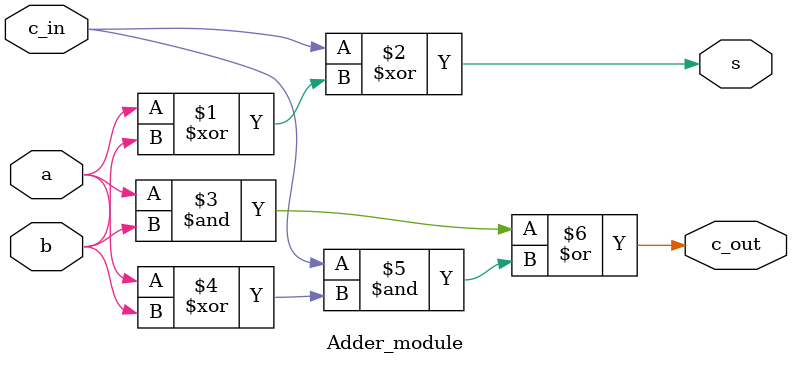
<source format=v>
module Adder_module(a, b, c_in, s, c_out);
	input wire a, b, c_in;
	output wire s, c_out;
	
	assign s = c_in ^ (a ^ b);
	assign c_out = (a&b) | (c_in & (a^b));
	
endmodule

</source>
